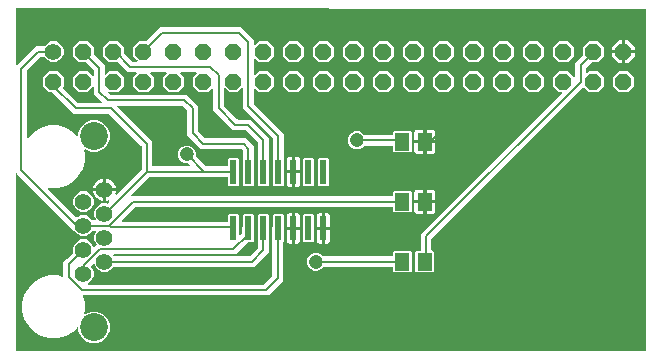
<source format=gbr>
G04 EAGLE Gerber X2 export*
%TF.Part,Single*%
%TF.FileFunction,Copper,L1,Top,Mixed*%
%TF.FilePolarity,Positive*%
%TF.GenerationSoftware,Autodesk,EAGLE,8.6.3*%
%TF.CreationDate,2019-02-20T16:21:40Z*%
G75*
%MOMM*%
%FSLAX34Y34*%
%LPD*%
%AMOC8*
5,1,8,0,0,1.08239X$1,22.5*%
G01*
%ADD10R,1.300000X1.500000*%
%ADD11C,1.422400*%
%ADD12P,1.539592X8X22.500000*%
%ADD13R,0.609600X2.057400*%
%ADD14C,2.362200*%
%ADD15C,0.152400*%
%ADD16C,1.206400*%
%ADD17C,0.203200*%

G36*
X539098Y242D02*
X539098Y242D01*
X539117Y240D01*
X539219Y262D01*
X539321Y279D01*
X539338Y288D01*
X539358Y292D01*
X539447Y345D01*
X539538Y394D01*
X539552Y408D01*
X539569Y418D01*
X539636Y497D01*
X539708Y572D01*
X539716Y590D01*
X539729Y605D01*
X539768Y701D01*
X539811Y795D01*
X539813Y815D01*
X539821Y833D01*
X539839Y1000D01*
X539839Y289098D01*
X539836Y289117D01*
X539838Y289136D01*
X539816Y289238D01*
X539800Y289340D01*
X539791Y289357D01*
X539786Y289376D01*
X539733Y289466D01*
X539684Y289558D01*
X539671Y289571D01*
X539661Y289588D01*
X539582Y289656D01*
X539506Y289727D01*
X539489Y289735D01*
X539474Y289748D01*
X539377Y289787D01*
X539283Y289831D01*
X539264Y289833D01*
X539246Y289840D01*
X539079Y289859D01*
X6923Y290820D01*
X6903Y290816D01*
X6883Y290819D01*
X6782Y290797D01*
X6681Y290780D01*
X6662Y290771D01*
X6642Y290766D01*
X6554Y290713D01*
X6463Y290666D01*
X6449Y290651D01*
X6431Y290640D01*
X6364Y290562D01*
X6293Y290488D01*
X6285Y290469D01*
X6271Y290453D01*
X6233Y290358D01*
X6189Y290265D01*
X6187Y290244D01*
X6179Y290225D01*
X6161Y290058D01*
X6161Y243065D01*
X6163Y243051D01*
X6162Y243038D01*
X6172Y242989D01*
X6174Y242923D01*
X6192Y242874D01*
X6200Y242823D01*
X6234Y242759D01*
X6259Y242692D01*
X6291Y242651D01*
X6316Y242605D01*
X6368Y242556D01*
X6412Y242500D01*
X6456Y242472D01*
X6494Y242436D01*
X6559Y242406D01*
X6619Y242367D01*
X6670Y242354D01*
X6717Y242332D01*
X6788Y242324D01*
X6858Y242307D01*
X6910Y242311D01*
X6961Y242305D01*
X7032Y242320D01*
X7103Y242326D01*
X7151Y242346D01*
X7202Y242357D01*
X7263Y242394D01*
X7329Y242422D01*
X7383Y242465D01*
X7394Y242471D01*
X7397Y242474D01*
X7413Y242484D01*
X7428Y242501D01*
X7460Y242527D01*
X9251Y244318D01*
X23506Y258573D01*
X30143Y258573D01*
X30233Y258587D01*
X30324Y258595D01*
X30354Y258607D01*
X30386Y258612D01*
X30467Y258655D01*
X30551Y258691D01*
X30583Y258717D01*
X30603Y258728D01*
X30626Y258751D01*
X30681Y258796D01*
X33208Y261322D01*
X36382Y262637D01*
X39818Y262637D01*
X42992Y261322D01*
X45422Y258892D01*
X46737Y255718D01*
X46737Y252282D01*
X45422Y249108D01*
X42992Y246678D01*
X39818Y245363D01*
X36382Y245363D01*
X33208Y246678D01*
X30681Y249204D01*
X30608Y249257D01*
X30538Y249317D01*
X30508Y249329D01*
X30482Y249348D01*
X30395Y249375D01*
X30310Y249409D01*
X30269Y249413D01*
X30247Y249420D01*
X30214Y249419D01*
X30143Y249427D01*
X27609Y249427D01*
X27519Y249413D01*
X27428Y249405D01*
X27399Y249393D01*
X27367Y249388D01*
X27286Y249345D01*
X27202Y249309D01*
X27170Y249283D01*
X27149Y249272D01*
X27127Y249249D01*
X27071Y249204D01*
X15718Y237851D01*
X15665Y237777D01*
X15605Y237707D01*
X15593Y237677D01*
X15574Y237651D01*
X15547Y237564D01*
X15513Y237479D01*
X15509Y237438D01*
X15502Y237416D01*
X15503Y237384D01*
X15495Y237313D01*
X15495Y181621D01*
X15502Y181574D01*
X15501Y181526D01*
X15522Y181453D01*
X15534Y181378D01*
X15557Y181336D01*
X15571Y181290D01*
X15614Y181228D01*
X15650Y181161D01*
X15684Y181128D01*
X15712Y181089D01*
X15773Y181044D01*
X15828Y180991D01*
X15872Y180971D01*
X15910Y180943D01*
X15982Y180920D01*
X16051Y180888D01*
X16099Y180883D01*
X16144Y180868D01*
X16220Y180869D01*
X16295Y180861D01*
X16342Y180871D01*
X16390Y180872D01*
X16462Y180897D01*
X16536Y180913D01*
X16577Y180938D01*
X16622Y180954D01*
X16682Y181000D01*
X16747Y181039D01*
X16778Y181076D01*
X16816Y181105D01*
X16892Y181209D01*
X16907Y181226D01*
X16909Y181232D01*
X16915Y181240D01*
X16961Y181320D01*
X21880Y186239D01*
X27903Y189716D01*
X34622Y191517D01*
X41578Y191517D01*
X48297Y189716D01*
X54320Y186239D01*
X57755Y182804D01*
X57813Y182762D01*
X57865Y182713D01*
X57912Y182691D01*
X57954Y182661D01*
X58023Y182640D01*
X58088Y182609D01*
X58140Y182604D01*
X58190Y182588D01*
X58261Y182590D01*
X58332Y182582D01*
X58383Y182593D01*
X58435Y182595D01*
X58503Y182619D01*
X58573Y182634D01*
X58618Y182661D01*
X58666Y182679D01*
X58722Y182724D01*
X58784Y182761D01*
X58818Y182800D01*
X58858Y182833D01*
X58897Y182893D01*
X58944Y182948D01*
X58963Y182996D01*
X58991Y183040D01*
X59009Y183109D01*
X59036Y183176D01*
X59044Y183247D01*
X59052Y183278D01*
X59050Y183301D01*
X59054Y183342D01*
X59054Y185279D01*
X61085Y190180D01*
X64836Y193931D01*
X69737Y195962D01*
X75043Y195962D01*
X79944Y193931D01*
X83695Y190180D01*
X85726Y185279D01*
X85726Y179973D01*
X83695Y175072D01*
X79944Y171321D01*
X75043Y169290D01*
X69737Y169290D01*
X65076Y171221D01*
X65055Y171226D01*
X65036Y171236D01*
X64935Y171254D01*
X64837Y171277D01*
X64815Y171275D01*
X64793Y171279D01*
X64693Y171264D01*
X64592Y171254D01*
X64572Y171245D01*
X64550Y171242D01*
X64460Y171195D01*
X64367Y171154D01*
X64351Y171139D01*
X64332Y171129D01*
X64261Y171056D01*
X64186Y170988D01*
X64176Y170968D01*
X64160Y170952D01*
X64117Y170861D01*
X64068Y170772D01*
X64064Y170750D01*
X64054Y170731D01*
X64042Y170630D01*
X64024Y170530D01*
X64027Y170508D01*
X64024Y170486D01*
X64050Y170321D01*
X64517Y168578D01*
X64517Y161622D01*
X62716Y154903D01*
X59239Y148880D01*
X54320Y143961D01*
X48297Y140484D01*
X41578Y138683D01*
X34622Y138683D01*
X34533Y138707D01*
X34485Y138712D01*
X34440Y138726D01*
X34364Y138724D01*
X34288Y138732D01*
X34242Y138721D01*
X34194Y138720D01*
X34122Y138694D01*
X34049Y138677D01*
X34008Y138652D01*
X33963Y138635D01*
X33903Y138588D01*
X33839Y138548D01*
X33808Y138511D01*
X33771Y138481D01*
X33730Y138418D01*
X33681Y138360D01*
X33664Y138315D01*
X33638Y138275D01*
X33619Y138201D01*
X33592Y138130D01*
X33589Y138083D01*
X33578Y138036D01*
X33583Y137960D01*
X33580Y137885D01*
X33593Y137839D01*
X33597Y137791D01*
X33626Y137721D01*
X33647Y137648D01*
X33674Y137609D01*
X33693Y137565D01*
X33773Y137464D01*
X33786Y137445D01*
X33791Y137441D01*
X33798Y137434D01*
X57380Y113851D01*
X57396Y113839D01*
X57409Y113824D01*
X57496Y113768D01*
X57580Y113708D01*
X57599Y113702D01*
X57616Y113691D01*
X57716Y113666D01*
X57815Y113635D01*
X57835Y113636D01*
X57854Y113631D01*
X57957Y113639D01*
X58061Y113642D01*
X58080Y113648D01*
X58100Y113650D01*
X58194Y113690D01*
X58292Y113726D01*
X58308Y113738D01*
X58326Y113746D01*
X58457Y113851D01*
X58608Y114002D01*
X61782Y115317D01*
X65218Y115317D01*
X68392Y114002D01*
X70919Y111476D01*
X70992Y111423D01*
X71062Y111363D01*
X71092Y111351D01*
X71118Y111332D01*
X71205Y111305D01*
X71290Y111271D01*
X71331Y111267D01*
X71353Y111260D01*
X71386Y111261D01*
X71457Y111253D01*
X73107Y111253D01*
X73152Y111260D01*
X73198Y111258D01*
X73273Y111280D01*
X73349Y111292D01*
X73390Y111314D01*
X73434Y111327D01*
X73498Y111371D01*
X73567Y111408D01*
X73598Y111441D01*
X73636Y111467D01*
X73683Y111530D01*
X73736Y111586D01*
X73756Y111628D01*
X73783Y111664D01*
X73807Y111738D01*
X73840Y111809D01*
X73845Y111855D01*
X73859Y111898D01*
X73858Y111976D01*
X73867Y112053D01*
X73857Y112098D01*
X73857Y112144D01*
X73819Y112276D01*
X73815Y112294D01*
X73812Y112298D01*
X73810Y112305D01*
X72643Y115122D01*
X72643Y118558D01*
X73958Y121732D01*
X76388Y124162D01*
X79562Y125477D01*
X82998Y125477D01*
X83207Y125390D01*
X83320Y125364D01*
X83434Y125335D01*
X83440Y125335D01*
X83446Y125334D01*
X83563Y125345D01*
X83679Y125354D01*
X83685Y125357D01*
X83691Y125357D01*
X83799Y125405D01*
X83905Y125450D01*
X83911Y125455D01*
X83916Y125457D01*
X83930Y125470D01*
X84036Y125555D01*
X85277Y126796D01*
X85316Y126851D01*
X85363Y126899D01*
X85388Y126950D01*
X85420Y126995D01*
X85440Y127060D01*
X85469Y127121D01*
X85476Y127177D01*
X85493Y127230D01*
X85491Y127298D01*
X85499Y127365D01*
X85488Y127420D01*
X85486Y127476D01*
X85463Y127540D01*
X85449Y127606D01*
X85421Y127655D01*
X85402Y127707D01*
X85359Y127760D01*
X85325Y127819D01*
X85283Y127856D01*
X85248Y127899D01*
X85191Y127936D01*
X85140Y127981D01*
X85088Y128002D01*
X85041Y128032D01*
X84975Y128049D01*
X84913Y128075D01*
X84857Y128079D01*
X84803Y128092D01*
X84735Y128087D01*
X84667Y128092D01*
X84590Y128076D01*
X84557Y128073D01*
X84538Y128065D01*
X84503Y128058D01*
X83540Y127745D01*
X82803Y127628D01*
X82803Y135637D01*
X90812Y135637D01*
X90695Y134900D01*
X90382Y133937D01*
X90372Y133870D01*
X90352Y133805D01*
X90353Y133749D01*
X90345Y133694D01*
X90357Y133627D01*
X90358Y133559D01*
X90378Y133507D01*
X90387Y133451D01*
X90420Y133392D01*
X90443Y133328D01*
X90478Y133284D01*
X90505Y133235D01*
X90554Y133189D01*
X90597Y133136D01*
X90644Y133106D01*
X90685Y133068D01*
X90746Y133040D01*
X90803Y133003D01*
X90858Y132989D01*
X90909Y132966D01*
X90976Y132960D01*
X91042Y132943D01*
X91098Y132947D01*
X91154Y132942D01*
X91220Y132957D01*
X91287Y132962D01*
X91339Y132984D01*
X91393Y132997D01*
X91451Y133032D01*
X91513Y133058D01*
X91575Y133108D01*
X91603Y133125D01*
X91617Y133141D01*
X91644Y133163D01*
X112552Y154071D01*
X112605Y154145D01*
X112665Y154215D01*
X112677Y154245D01*
X112696Y154271D01*
X112723Y154358D01*
X112757Y154443D01*
X112761Y154484D01*
X112768Y154506D01*
X112767Y154538D01*
X112775Y154609D01*
X112775Y173443D01*
X112761Y173533D01*
X112753Y173624D01*
X112741Y173653D01*
X112736Y173685D01*
X112693Y173766D01*
X112657Y173850D01*
X112631Y173882D01*
X112620Y173903D01*
X112597Y173925D01*
X112552Y173981D01*
X85329Y201204D01*
X85255Y201257D01*
X85185Y201317D01*
X85155Y201329D01*
X85129Y201348D01*
X85042Y201375D01*
X84957Y201409D01*
X84916Y201413D01*
X84894Y201420D01*
X84862Y201419D01*
X84791Y201427D01*
X55106Y201427D01*
X36793Y219740D01*
X36719Y219793D01*
X36649Y219853D01*
X36619Y219865D01*
X36593Y219884D01*
X36506Y219911D01*
X36421Y219945D01*
X36380Y219949D01*
X36358Y219956D01*
X36326Y219955D01*
X36255Y219963D01*
X34523Y219963D01*
X29463Y225023D01*
X29463Y232177D01*
X34523Y237237D01*
X41677Y237237D01*
X46737Y232177D01*
X46737Y225023D01*
X46129Y224415D01*
X46117Y224398D01*
X46102Y224386D01*
X46046Y224299D01*
X45985Y224215D01*
X45979Y224196D01*
X45969Y224179D01*
X45943Y224079D01*
X45913Y223980D01*
X45913Y223960D01*
X45909Y223941D01*
X45917Y223838D01*
X45919Y223734D01*
X45926Y223715D01*
X45928Y223695D01*
X45968Y223600D01*
X46004Y223503D01*
X46016Y223487D01*
X46024Y223469D01*
X46129Y223338D01*
X58671Y210796D01*
X58745Y210743D01*
X58815Y210683D01*
X58845Y210671D01*
X58871Y210652D01*
X58958Y210625D01*
X59043Y210591D01*
X59084Y210587D01*
X59106Y210580D01*
X59138Y210581D01*
X59209Y210573D01*
X78123Y210573D01*
X78193Y210584D01*
X78265Y210586D01*
X78314Y210604D01*
X78365Y210612D01*
X78429Y210646D01*
X78496Y210671D01*
X78537Y210703D01*
X78583Y210728D01*
X78632Y210780D01*
X78688Y210824D01*
X78716Y210868D01*
X78752Y210906D01*
X78782Y210971D01*
X78821Y211031D01*
X78834Y211082D01*
X78856Y211129D01*
X78864Y211200D01*
X78881Y211270D01*
X78877Y211322D01*
X78883Y211373D01*
X78868Y211444D01*
X78862Y211515D01*
X78842Y211563D01*
X78831Y211614D01*
X78794Y211675D01*
X78766Y211741D01*
X78721Y211797D01*
X78704Y211825D01*
X78687Y211840D01*
X78661Y211872D01*
X75329Y215204D01*
X72427Y218106D01*
X72427Y223475D01*
X72416Y223546D01*
X72414Y223618D01*
X72396Y223667D01*
X72388Y223718D01*
X72354Y223781D01*
X72329Y223849D01*
X72297Y223889D01*
X72272Y223935D01*
X72220Y223985D01*
X72176Y224041D01*
X72132Y224069D01*
X72094Y224105D01*
X72029Y224135D01*
X71969Y224174D01*
X71918Y224186D01*
X71871Y224208D01*
X71800Y224216D01*
X71730Y224234D01*
X71678Y224230D01*
X71627Y224236D01*
X71556Y224220D01*
X71485Y224215D01*
X71437Y224194D01*
X71386Y224183D01*
X71325Y224146D01*
X71259Y224118D01*
X71203Y224074D01*
X71175Y224057D01*
X71160Y224039D01*
X71128Y224014D01*
X67077Y219963D01*
X59923Y219963D01*
X54863Y225023D01*
X54863Y232177D01*
X59923Y237237D01*
X67077Y237237D01*
X71128Y233186D01*
X71186Y233145D01*
X71238Y233095D01*
X71285Y233073D01*
X71327Y233043D01*
X71396Y233022D01*
X71461Y232992D01*
X71513Y232986D01*
X71563Y232971D01*
X71634Y232972D01*
X71705Y232964D01*
X71756Y232976D01*
X71808Y232977D01*
X71876Y233002D01*
X71946Y233017D01*
X71991Y233043D01*
X72039Y233061D01*
X72095Y233106D01*
X72157Y233143D01*
X72191Y233182D01*
X72231Y233215D01*
X72270Y233275D01*
X72317Y233330D01*
X72336Y233378D01*
X72364Y233422D01*
X72382Y233491D01*
X72409Y233558D01*
X72417Y233629D01*
X72425Y233660D01*
X72423Y233684D01*
X72427Y233725D01*
X72427Y238291D01*
X72413Y238381D01*
X72405Y238472D01*
X72393Y238501D01*
X72388Y238533D01*
X72345Y238614D01*
X72309Y238698D01*
X72283Y238730D01*
X72272Y238751D01*
X72249Y238773D01*
X72204Y238829D01*
X65893Y245140D01*
X65819Y245193D01*
X65749Y245253D01*
X65719Y245265D01*
X65693Y245284D01*
X65606Y245311D01*
X65521Y245345D01*
X65480Y245349D01*
X65458Y245356D01*
X65426Y245355D01*
X65355Y245363D01*
X59923Y245363D01*
X54863Y250423D01*
X54863Y257577D01*
X59923Y262637D01*
X67077Y262637D01*
X72137Y257577D01*
X72137Y252145D01*
X72151Y252055D01*
X72159Y251964D01*
X72171Y251935D01*
X72176Y251903D01*
X72219Y251822D01*
X72255Y251738D01*
X72281Y251706D01*
X72292Y251685D01*
X72315Y251663D01*
X72360Y251607D01*
X81573Y242394D01*
X81573Y235325D01*
X81584Y235254D01*
X81586Y235182D01*
X81604Y235133D01*
X81612Y235082D01*
X81646Y235019D01*
X81671Y234951D01*
X81703Y234911D01*
X81728Y234865D01*
X81780Y234815D01*
X81824Y234759D01*
X81868Y234731D01*
X81906Y234695D01*
X81971Y234665D01*
X82031Y234626D01*
X82082Y234614D01*
X82129Y234592D01*
X82200Y234584D01*
X82270Y234566D01*
X82322Y234570D01*
X82373Y234564D01*
X82444Y234580D01*
X82515Y234585D01*
X82563Y234606D01*
X82614Y234617D01*
X82675Y234654D01*
X82741Y234682D01*
X82797Y234726D01*
X82825Y234743D01*
X82840Y234761D01*
X82872Y234786D01*
X85323Y237237D01*
X92477Y237237D01*
X97537Y232177D01*
X97537Y225023D01*
X92477Y219963D01*
X85341Y219963D01*
X85271Y219952D01*
X85199Y219950D01*
X85150Y219932D01*
X85099Y219924D01*
X85035Y219890D01*
X84968Y219865D01*
X84927Y219833D01*
X84881Y219808D01*
X84832Y219756D01*
X84776Y219712D01*
X84748Y219668D01*
X84712Y219630D01*
X84682Y219565D01*
X84643Y219505D01*
X84630Y219454D01*
X84608Y219407D01*
X84600Y219336D01*
X84583Y219266D01*
X84587Y219214D01*
X84581Y219163D01*
X84596Y219092D01*
X84602Y219021D01*
X84622Y218973D01*
X84633Y218922D01*
X84670Y218861D01*
X84698Y218795D01*
X84743Y218739D01*
X84760Y218711D01*
X84777Y218696D01*
X84803Y218664D01*
X85671Y217796D01*
X85745Y217743D01*
X85815Y217683D01*
X85845Y217671D01*
X85871Y217652D01*
X85958Y217625D01*
X86043Y217591D01*
X86084Y217587D01*
X86106Y217580D01*
X86138Y217581D01*
X86209Y217573D01*
X150894Y217573D01*
X153796Y214671D01*
X160573Y207894D01*
X160573Y187209D01*
X160587Y187119D01*
X160595Y187028D01*
X160607Y186999D01*
X160612Y186967D01*
X160655Y186886D01*
X160691Y186802D01*
X160717Y186770D01*
X160728Y186749D01*
X160751Y186727D01*
X160796Y186671D01*
X166671Y180796D01*
X166745Y180743D01*
X166815Y180683D01*
X166845Y180671D01*
X166871Y180652D01*
X166958Y180625D01*
X167043Y180591D01*
X167084Y180587D01*
X167106Y180580D01*
X167138Y180581D01*
X167209Y180573D01*
X200894Y180573D01*
X207773Y173694D01*
X207773Y141481D01*
X206880Y140588D01*
X199520Y140588D01*
X198627Y141481D01*
X198627Y169591D01*
X198613Y169681D01*
X198605Y169772D01*
X198593Y169801D01*
X198588Y169833D01*
X198545Y169914D01*
X198509Y169998D01*
X198483Y170030D01*
X198472Y170051D01*
X198449Y170073D01*
X198404Y170129D01*
X197329Y171204D01*
X197255Y171257D01*
X197185Y171317D01*
X197155Y171329D01*
X197129Y171348D01*
X197042Y171375D01*
X196957Y171409D01*
X196916Y171413D01*
X196894Y171420D01*
X196862Y171419D01*
X196791Y171427D01*
X163106Y171427D01*
X151427Y183106D01*
X151427Y203791D01*
X151413Y203881D01*
X151405Y203972D01*
X151393Y204001D01*
X151388Y204033D01*
X151345Y204114D01*
X151309Y204198D01*
X151283Y204230D01*
X151272Y204251D01*
X151249Y204273D01*
X151204Y204329D01*
X147329Y208204D01*
X147255Y208257D01*
X147185Y208317D01*
X147155Y208329D01*
X147129Y208348D01*
X147042Y208375D01*
X146957Y208409D01*
X146916Y208413D01*
X146894Y208420D01*
X146862Y208419D01*
X146791Y208427D01*
X92877Y208427D01*
X92807Y208416D01*
X92735Y208414D01*
X92686Y208396D01*
X92635Y208388D01*
X92571Y208354D01*
X92504Y208329D01*
X92463Y208297D01*
X92417Y208272D01*
X92368Y208220D01*
X92312Y208176D01*
X92284Y208132D01*
X92248Y208094D01*
X92218Y208029D01*
X92179Y207969D01*
X92166Y207918D01*
X92144Y207871D01*
X92136Y207800D01*
X92119Y207730D01*
X92123Y207678D01*
X92117Y207627D01*
X92132Y207556D01*
X92138Y207485D01*
X92158Y207437D01*
X92169Y207386D01*
X92206Y207325D01*
X92234Y207259D01*
X92279Y207203D01*
X92296Y207175D01*
X92313Y207160D01*
X92339Y207128D01*
X121921Y177546D01*
X121921Y157734D01*
X121924Y157714D01*
X121922Y157695D01*
X121944Y157593D01*
X121960Y157491D01*
X121970Y157474D01*
X121974Y157454D01*
X122027Y157365D01*
X122076Y157274D01*
X122090Y157260D01*
X122100Y157243D01*
X122179Y157176D01*
X122254Y157104D01*
X122272Y157096D01*
X122287Y157083D01*
X122383Y157044D01*
X122477Y157001D01*
X122497Y156999D01*
X122515Y156991D01*
X122682Y156973D01*
X152723Y156973D01*
X152793Y156984D01*
X152865Y156986D01*
X152914Y157004D01*
X152965Y157012D01*
X153029Y157046D01*
X153096Y157071D01*
X153137Y157103D01*
X153183Y157128D01*
X153232Y157180D01*
X153288Y157224D01*
X153316Y157268D01*
X153352Y157306D01*
X153382Y157371D01*
X153421Y157431D01*
X153434Y157482D01*
X153456Y157529D01*
X153464Y157600D01*
X153481Y157670D01*
X153477Y157722D01*
X153483Y157773D01*
X153468Y157844D01*
X153462Y157915D01*
X153442Y157963D01*
X153431Y158014D01*
X153394Y158075D01*
X153366Y158141D01*
X153321Y158197D01*
X153304Y158225D01*
X153287Y158240D01*
X153261Y158272D01*
X152313Y159220D01*
X152239Y159273D01*
X152169Y159333D01*
X152139Y159345D01*
X152113Y159364D01*
X152026Y159391D01*
X151941Y159425D01*
X151900Y159429D01*
X151878Y159436D01*
X151846Y159435D01*
X151775Y159443D01*
X149497Y159443D01*
X146719Y160594D01*
X144594Y162719D01*
X143443Y165497D01*
X143443Y168503D01*
X144594Y171281D01*
X146719Y173406D01*
X149497Y174557D01*
X152503Y174557D01*
X155281Y173406D01*
X157406Y171281D01*
X158557Y168503D01*
X158557Y166225D01*
X158571Y166135D01*
X158579Y166044D01*
X158591Y166015D01*
X158596Y165983D01*
X158639Y165902D01*
X158675Y165818D01*
X158701Y165786D01*
X158712Y165765D01*
X158735Y165743D01*
X158780Y165687D01*
X167271Y157196D01*
X167345Y157143D01*
X167415Y157083D01*
X167445Y157071D01*
X167471Y157052D01*
X167558Y157025D01*
X167643Y156991D01*
X167684Y156987D01*
X167706Y156980D01*
X167738Y156981D01*
X167809Y156973D01*
X185166Y156973D01*
X185186Y156976D01*
X185205Y156974D01*
X185307Y156996D01*
X185409Y157012D01*
X185426Y157022D01*
X185446Y157026D01*
X185535Y157079D01*
X185626Y157128D01*
X185640Y157142D01*
X185657Y157152D01*
X185724Y157231D01*
X185796Y157306D01*
X185804Y157324D01*
X185817Y157339D01*
X185856Y157435D01*
X185899Y157529D01*
X185901Y157549D01*
X185909Y157567D01*
X185927Y157734D01*
X185927Y163319D01*
X186820Y164212D01*
X194180Y164212D01*
X195073Y163319D01*
X195073Y141481D01*
X194180Y140588D01*
X186820Y140588D01*
X185927Y141481D01*
X185927Y147066D01*
X185924Y147086D01*
X185926Y147105D01*
X185904Y147207D01*
X185888Y147309D01*
X185878Y147326D01*
X185874Y147346D01*
X185821Y147435D01*
X185772Y147526D01*
X185758Y147540D01*
X185748Y147557D01*
X185669Y147624D01*
X185594Y147696D01*
X185576Y147704D01*
X185561Y147717D01*
X185465Y147756D01*
X185371Y147799D01*
X185351Y147801D01*
X185333Y147809D01*
X185166Y147827D01*
X119557Y147827D01*
X119467Y147813D01*
X119376Y147805D01*
X119347Y147793D01*
X119315Y147788D01*
X119234Y147745D01*
X119150Y147709D01*
X119118Y147683D01*
X119097Y147672D01*
X119075Y147649D01*
X119019Y147604D01*
X104287Y132872D01*
X104245Y132814D01*
X104196Y132762D01*
X104174Y132715D01*
X104144Y132673D01*
X104122Y132604D01*
X104092Y132539D01*
X104086Y132487D01*
X104071Y132437D01*
X104073Y132366D01*
X104065Y132295D01*
X104076Y132244D01*
X104078Y132192D01*
X104102Y132124D01*
X104117Y132054D01*
X104144Y132009D01*
X104162Y131961D01*
X104207Y131905D01*
X104244Y131843D01*
X104283Y131809D01*
X104316Y131769D01*
X104376Y131730D01*
X104430Y131683D01*
X104479Y131664D01*
X104523Y131636D01*
X104592Y131618D01*
X104659Y131591D01*
X104730Y131583D01*
X104761Y131575D01*
X104784Y131577D01*
X104825Y131573D01*
X324614Y131573D01*
X324634Y131576D01*
X324653Y131574D01*
X324755Y131596D01*
X324857Y131612D01*
X324874Y131622D01*
X324894Y131626D01*
X324983Y131679D01*
X325074Y131728D01*
X325088Y131742D01*
X325105Y131752D01*
X325172Y131831D01*
X325244Y131906D01*
X325252Y131924D01*
X325265Y131939D01*
X325304Y132035D01*
X325347Y132129D01*
X325349Y132149D01*
X325357Y132167D01*
X325375Y132334D01*
X325375Y135132D01*
X326268Y136025D01*
X340532Y136025D01*
X341425Y135132D01*
X341425Y118868D01*
X340532Y117975D01*
X326268Y117975D01*
X325375Y118868D01*
X325375Y121666D01*
X325372Y121686D01*
X325374Y121705D01*
X325352Y121807D01*
X325336Y121909D01*
X325326Y121926D01*
X325322Y121946D01*
X325269Y122035D01*
X325220Y122126D01*
X325206Y122140D01*
X325196Y122157D01*
X325117Y122224D01*
X325042Y122296D01*
X325024Y122304D01*
X325009Y122317D01*
X324913Y122356D01*
X324819Y122399D01*
X324799Y122401D01*
X324781Y122409D01*
X324614Y122427D01*
X107873Y122427D01*
X107783Y122413D01*
X107692Y122405D01*
X107663Y122393D01*
X107631Y122388D01*
X107550Y122345D01*
X107466Y122309D01*
X107434Y122283D01*
X107413Y122272D01*
X107391Y122249D01*
X107335Y122204D01*
X96159Y111028D01*
X96117Y110970D01*
X96068Y110918D01*
X96046Y110871D01*
X96016Y110829D01*
X95994Y110760D01*
X95964Y110695D01*
X95959Y110643D01*
X95943Y110593D01*
X95945Y110522D01*
X95937Y110451D01*
X95948Y110400D01*
X95950Y110348D01*
X95974Y110280D01*
X95989Y110210D01*
X96016Y110165D01*
X96034Y110117D01*
X96079Y110061D01*
X96116Y109999D01*
X96155Y109965D01*
X96188Y109925D01*
X96248Y109886D01*
X96302Y109839D01*
X96351Y109820D01*
X96395Y109792D01*
X96464Y109774D01*
X96531Y109747D01*
X96602Y109739D01*
X96633Y109731D01*
X96656Y109733D01*
X96697Y109729D01*
X185166Y109729D01*
X185186Y109732D01*
X185205Y109730D01*
X185307Y109752D01*
X185409Y109768D01*
X185426Y109778D01*
X185446Y109782D01*
X185535Y109835D01*
X185626Y109884D01*
X185640Y109898D01*
X185657Y109908D01*
X185724Y109987D01*
X185796Y110062D01*
X185804Y110080D01*
X185817Y110095D01*
X185856Y110191D01*
X185899Y110285D01*
X185901Y110305D01*
X185909Y110323D01*
X185927Y110490D01*
X185927Y115313D01*
X186820Y116206D01*
X194180Y116206D01*
X195073Y115313D01*
X195073Y99745D01*
X195084Y99675D01*
X195086Y99603D01*
X195104Y99554D01*
X195112Y99503D01*
X195146Y99439D01*
X195171Y99372D01*
X195203Y99331D01*
X195228Y99285D01*
X195280Y99236D01*
X195324Y99180D01*
X195368Y99152D01*
X195406Y99116D01*
X195471Y99086D01*
X195531Y99047D01*
X195582Y99034D01*
X195629Y99012D01*
X195700Y99004D01*
X195770Y98987D01*
X195822Y98991D01*
X195873Y98985D01*
X195944Y99000D01*
X196015Y99006D01*
X196063Y99026D01*
X196114Y99037D01*
X196175Y99074D01*
X196241Y99102D01*
X196297Y99147D01*
X196325Y99164D01*
X196340Y99181D01*
X196372Y99207D01*
X197896Y100731D01*
X197949Y100805D01*
X198009Y100875D01*
X198021Y100905D01*
X198040Y100931D01*
X198067Y101018D01*
X198101Y101103D01*
X198105Y101144D01*
X198112Y101166D01*
X198111Y101198D01*
X198119Y101269D01*
X198119Y103104D01*
X198115Y103127D01*
X198104Y103253D01*
X197837Y104592D01*
X197991Y104825D01*
X197998Y104840D01*
X198009Y104852D01*
X198049Y104952D01*
X198093Y105049D01*
X198095Y105065D01*
X198101Y105080D01*
X198119Y105247D01*
X198119Y105526D01*
X198404Y105811D01*
X198457Y105885D01*
X198517Y105955D01*
X198529Y105985D01*
X198548Y106011D01*
X198575Y106098D01*
X198609Y106183D01*
X198613Y106224D01*
X198620Y106246D01*
X198619Y106278D01*
X198627Y106349D01*
X198627Y115313D01*
X199520Y116206D01*
X206880Y116206D01*
X207773Y115313D01*
X207773Y104922D01*
X207777Y104899D01*
X207788Y104773D01*
X208055Y103434D01*
X207901Y103201D01*
X207894Y103186D01*
X207883Y103174D01*
X207843Y103074D01*
X207799Y102977D01*
X207797Y102961D01*
X207791Y102946D01*
X207773Y102779D01*
X207773Y93475D01*
X206880Y92582D01*
X202996Y92582D01*
X202906Y92568D01*
X202815Y92560D01*
X202786Y92548D01*
X202754Y92543D01*
X202673Y92500D01*
X202589Y92464D01*
X202557Y92438D01*
X202536Y92427D01*
X202514Y92404D01*
X202458Y92359D01*
X192394Y82295D01*
X89237Y82295D01*
X89167Y82284D01*
X89096Y82282D01*
X89046Y82264D01*
X88994Y82256D01*
X88932Y82223D01*
X88865Y82198D01*
X88823Y82165D01*
X88777Y82140D01*
X88728Y82089D01*
X88673Y82045D01*
X88644Y82001D01*
X88607Y81962D01*
X88577Y81898D01*
X88539Y81839D01*
X88526Y81787D01*
X88504Y81739D01*
X88496Y81669D01*
X88478Y81600D01*
X88482Y81547D01*
X88477Y81495D01*
X88492Y81425D01*
X88497Y81355D01*
X88517Y81306D01*
X88529Y81254D01*
X88565Y81194D01*
X88592Y81128D01*
X88628Y81089D01*
X88655Y81043D01*
X88709Y80997D01*
X88755Y80944D01*
X88817Y80904D01*
X88842Y80883D01*
X88863Y80875D01*
X88896Y80853D01*
X88984Y80826D01*
X89070Y80791D01*
X89110Y80787D01*
X89131Y80780D01*
X89164Y80781D01*
X89237Y80773D01*
X203991Y80773D01*
X204081Y80787D01*
X204172Y80795D01*
X204201Y80807D01*
X204233Y80812D01*
X204314Y80855D01*
X204398Y80891D01*
X204430Y80917D01*
X204451Y80928D01*
X204473Y80951D01*
X204529Y80996D01*
X211104Y87571D01*
X211157Y87645D01*
X211217Y87715D01*
X211229Y87745D01*
X211248Y87771D01*
X211275Y87858D01*
X211309Y87943D01*
X211313Y87984D01*
X211320Y88006D01*
X211319Y88038D01*
X211327Y88109D01*
X211327Y115313D01*
X212220Y116206D01*
X219580Y116206D01*
X220473Y115313D01*
X220473Y84006D01*
X208094Y71627D01*
X89237Y71627D01*
X89147Y71613D01*
X89056Y71605D01*
X89026Y71593D01*
X88994Y71588D01*
X88913Y71545D01*
X88829Y71509D01*
X88797Y71483D01*
X88777Y71472D01*
X88754Y71449D01*
X88699Y71404D01*
X86172Y68878D01*
X82998Y67563D01*
X79562Y67563D01*
X76388Y68878D01*
X73958Y71308D01*
X72834Y74022D01*
X72809Y74061D01*
X72794Y74104D01*
X72745Y74165D01*
X72704Y74231D01*
X72669Y74261D01*
X72640Y74296D01*
X72575Y74339D01*
X72515Y74388D01*
X72472Y74405D01*
X72433Y74429D01*
X72358Y74449D01*
X72285Y74476D01*
X72239Y74478D01*
X72195Y74490D01*
X72117Y74484D01*
X72039Y74487D01*
X71995Y74474D01*
X71949Y74470D01*
X71878Y74440D01*
X71803Y74418D01*
X71765Y74392D01*
X71723Y74374D01*
X71616Y74289D01*
X71601Y74278D01*
X71598Y74274D01*
X71592Y74269D01*
X70077Y72754D01*
X70065Y72738D01*
X70050Y72725D01*
X69994Y72638D01*
X69933Y72554D01*
X69927Y72535D01*
X69917Y72518D01*
X69891Y72418D01*
X69861Y72319D01*
X69861Y72299D01*
X69857Y72280D01*
X69865Y72177D01*
X69867Y72073D01*
X69874Y72054D01*
X69876Y72035D01*
X69916Y71940D01*
X69952Y71842D01*
X69964Y71827D01*
X69972Y71808D01*
X70077Y71677D01*
X70822Y70932D01*
X72137Y67758D01*
X72137Y64322D01*
X70822Y61148D01*
X68392Y58718D01*
X67516Y58355D01*
X67433Y58304D01*
X67347Y58258D01*
X67329Y58239D01*
X67307Y58225D01*
X67245Y58150D01*
X67178Y58080D01*
X67167Y58056D01*
X67150Y58036D01*
X67115Y57945D01*
X67074Y57857D01*
X67071Y57831D01*
X67062Y57806D01*
X67058Y57709D01*
X67047Y57612D01*
X67052Y57587D01*
X67051Y57561D01*
X67078Y57467D01*
X67099Y57372D01*
X67112Y57349D01*
X67120Y57324D01*
X67175Y57244D01*
X67225Y57161D01*
X67245Y57144D01*
X67260Y57122D01*
X67338Y57064D01*
X67412Y57001D01*
X67436Y56991D01*
X67457Y56976D01*
X67550Y56945D01*
X67640Y56909D01*
X67673Y56905D01*
X67691Y56899D01*
X67724Y56900D01*
X67807Y56890D01*
X216108Y56890D01*
X216198Y56905D01*
X216289Y56912D01*
X216319Y56925D01*
X216351Y56930D01*
X216432Y56973D01*
X216516Y57009D01*
X216548Y57034D01*
X216568Y57045D01*
X216591Y57069D01*
X216647Y57113D01*
X223204Y63671D01*
X223250Y63735D01*
X223270Y63756D01*
X223274Y63764D01*
X223317Y63815D01*
X223329Y63845D01*
X223348Y63871D01*
X223375Y63958D01*
X223409Y64043D01*
X223413Y64084D01*
X223420Y64106D01*
X223419Y64138D01*
X223427Y64209D01*
X223427Y105688D01*
X223804Y106065D01*
X223858Y106139D01*
X223917Y106209D01*
X223929Y106239D01*
X223948Y106265D01*
X223975Y106352D01*
X224009Y106437D01*
X224013Y106478D01*
X224020Y106500D01*
X224019Y106532D01*
X224027Y106603D01*
X224027Y115313D01*
X224920Y116206D01*
X232280Y116206D01*
X233173Y115313D01*
X233173Y93475D01*
X232796Y93098D01*
X232743Y93024D01*
X232683Y92955D01*
X232671Y92925D01*
X232652Y92899D01*
X232625Y92812D01*
X232591Y92727D01*
X232587Y92686D01*
X232580Y92664D01*
X232581Y92631D01*
X232573Y92560D01*
X232573Y60106D01*
X220212Y47745D01*
X63856Y47745D01*
X63739Y47726D01*
X63621Y47708D01*
X63618Y47706D01*
X63614Y47705D01*
X63508Y47649D01*
X63403Y47595D01*
X63400Y47592D01*
X63396Y47590D01*
X63314Y47504D01*
X63232Y47419D01*
X63230Y47415D01*
X63227Y47412D01*
X63177Y47304D01*
X63125Y47197D01*
X63125Y47193D01*
X63123Y47189D01*
X63110Y47071D01*
X63096Y46953D01*
X63096Y46948D01*
X63096Y46944D01*
X63099Y46931D01*
X63121Y46787D01*
X64517Y41578D01*
X64517Y34622D01*
X64050Y32879D01*
X64048Y32857D01*
X64040Y32837D01*
X64035Y32736D01*
X64025Y32635D01*
X64030Y32613D01*
X64029Y32591D01*
X64058Y32494D01*
X64080Y32395D01*
X64092Y32376D01*
X64098Y32355D01*
X64156Y32272D01*
X64209Y32185D01*
X64226Y32171D01*
X64238Y32153D01*
X64319Y32092D01*
X64397Y32027D01*
X64418Y32019D01*
X64435Y32006D01*
X64532Y31975D01*
X64626Y31938D01*
X64648Y31937D01*
X64669Y31930D01*
X64771Y31931D01*
X64872Y31926D01*
X64893Y31932D01*
X64915Y31932D01*
X65076Y31979D01*
X69737Y33910D01*
X75043Y33910D01*
X79944Y31879D01*
X83695Y28128D01*
X85726Y23227D01*
X85726Y17921D01*
X83695Y13020D01*
X79944Y9269D01*
X75043Y7238D01*
X69737Y7238D01*
X64836Y9269D01*
X61085Y13020D01*
X59054Y17921D01*
X59054Y19858D01*
X59043Y19928D01*
X59041Y20000D01*
X59023Y20049D01*
X59015Y20100D01*
X58981Y20164D01*
X58956Y20231D01*
X58924Y20272D01*
X58899Y20318D01*
X58847Y20367D01*
X58803Y20423D01*
X58759Y20451D01*
X58721Y20487D01*
X58656Y20517D01*
X58596Y20556D01*
X58545Y20569D01*
X58498Y20591D01*
X58427Y20599D01*
X58357Y20616D01*
X58305Y20612D01*
X58254Y20618D01*
X58183Y20603D01*
X58112Y20597D01*
X58064Y20577D01*
X58013Y20566D01*
X57952Y20529D01*
X57886Y20501D01*
X57830Y20456D01*
X57802Y20439D01*
X57787Y20422D01*
X57755Y20396D01*
X54320Y16961D01*
X48297Y13484D01*
X41578Y11683D01*
X34622Y11683D01*
X27903Y13484D01*
X21880Y16961D01*
X16961Y21880D01*
X13484Y27903D01*
X11683Y34622D01*
X11683Y41578D01*
X13484Y48297D01*
X16961Y54320D01*
X21880Y59239D01*
X27903Y62716D01*
X34622Y64517D01*
X41578Y64517D01*
X45469Y63474D01*
X45588Y63462D01*
X45705Y63449D01*
X45710Y63450D01*
X45714Y63450D01*
X45829Y63476D01*
X45946Y63501D01*
X45949Y63504D01*
X45954Y63505D01*
X46055Y63567D01*
X46157Y63628D01*
X46160Y63631D01*
X46163Y63633D01*
X46240Y63724D01*
X46317Y63815D01*
X46318Y63818D01*
X46321Y63822D01*
X46364Y63932D01*
X46409Y64043D01*
X46409Y64048D01*
X46411Y64051D01*
X46411Y64064D01*
X46427Y64209D01*
X46427Y75754D01*
X49329Y78656D01*
X54640Y83967D01*
X54693Y84041D01*
X54753Y84111D01*
X54765Y84141D01*
X54784Y84167D01*
X54811Y84254D01*
X54845Y84339D01*
X54849Y84380D01*
X54856Y84402D01*
X54855Y84434D01*
X54863Y84505D01*
X54863Y88078D01*
X56178Y91252D01*
X58608Y93682D01*
X61782Y94997D01*
X65218Y94997D01*
X68392Y93682D01*
X70822Y91252D01*
X71798Y88897D01*
X71822Y88858D01*
X71837Y88815D01*
X71886Y88754D01*
X71927Y88688D01*
X71962Y88659D01*
X71991Y88623D01*
X72057Y88581D01*
X72117Y88531D01*
X72159Y88515D01*
X72198Y88490D01*
X72274Y88471D01*
X72346Y88443D01*
X72392Y88441D01*
X72437Y88430D01*
X72514Y88436D01*
X72592Y88432D01*
X72636Y88445D01*
X72682Y88449D01*
X72753Y88479D01*
X72828Y88501D01*
X72866Y88527D01*
X72908Y88545D01*
X73015Y88631D01*
X73030Y88641D01*
X73033Y88645D01*
X73039Y88650D01*
X74449Y90060D01*
X74461Y90076D01*
X74476Y90089D01*
X74532Y90176D01*
X74593Y90260D01*
X74599Y90279D01*
X74609Y90296D01*
X74635Y90396D01*
X74665Y90495D01*
X74665Y90515D01*
X74669Y90534D01*
X74661Y90637D01*
X74659Y90741D01*
X74652Y90760D01*
X74650Y90779D01*
X74610Y90875D01*
X74574Y90972D01*
X74562Y90987D01*
X74554Y91006D01*
X74449Y91137D01*
X73958Y91628D01*
X72643Y94802D01*
X72643Y98238D01*
X73810Y101055D01*
X73820Y101099D01*
X73840Y101141D01*
X73848Y101218D01*
X73866Y101294D01*
X73862Y101340D01*
X73867Y101385D01*
X73850Y101462D01*
X73843Y101539D01*
X73824Y101581D01*
X73815Y101626D01*
X73775Y101693D01*
X73743Y101764D01*
X73712Y101798D01*
X73688Y101837D01*
X73629Y101888D01*
X73577Y101945D01*
X73536Y101967D01*
X73502Y101997D01*
X73429Y102026D01*
X73361Y102063D01*
X73316Y102072D01*
X73273Y102089D01*
X73137Y102104D01*
X73119Y102107D01*
X73114Y102106D01*
X73107Y102107D01*
X71457Y102107D01*
X71367Y102093D01*
X71276Y102085D01*
X71246Y102073D01*
X71214Y102068D01*
X71133Y102025D01*
X71049Y101989D01*
X71017Y101963D01*
X70997Y101952D01*
X70974Y101929D01*
X70919Y101884D01*
X68392Y99358D01*
X65218Y98043D01*
X61782Y98043D01*
X58608Y99358D01*
X56178Y101788D01*
X56001Y102214D01*
X55967Y102270D01*
X55941Y102330D01*
X55889Y102395D01*
X55872Y102423D01*
X55857Y102436D01*
X55836Y102461D01*
X7460Y150837D01*
X7402Y150879D01*
X7350Y150929D01*
X7303Y150951D01*
X7261Y150981D01*
X7192Y151002D01*
X7127Y151032D01*
X7075Y151038D01*
X7025Y151053D01*
X6954Y151051D01*
X6883Y151059D01*
X6832Y151048D01*
X6780Y151047D01*
X6712Y151022D01*
X6642Y151007D01*
X6598Y150980D01*
X6549Y150963D01*
X6493Y150918D01*
X6431Y150881D01*
X6397Y150841D01*
X6357Y150809D01*
X6318Y150749D01*
X6271Y150694D01*
X6252Y150646D01*
X6224Y150602D01*
X6206Y150532D01*
X6179Y150466D01*
X6171Y150395D01*
X6163Y150363D01*
X6165Y150340D01*
X6161Y150299D01*
X6161Y1000D01*
X6164Y980D01*
X6162Y961D01*
X6184Y859D01*
X6200Y757D01*
X6210Y740D01*
X6214Y720D01*
X6267Y631D01*
X6316Y540D01*
X6330Y526D01*
X6340Y509D01*
X6419Y442D01*
X6494Y371D01*
X6512Y362D01*
X6527Y349D01*
X6623Y310D01*
X6717Y267D01*
X6737Y265D01*
X6755Y257D01*
X6922Y239D01*
X539078Y239D01*
X539098Y242D01*
G37*
%LPC*%
G36*
X212220Y140588D02*
X212220Y140588D01*
X211327Y141481D01*
X211327Y176891D01*
X211313Y176981D01*
X211305Y177072D01*
X211293Y177101D01*
X211288Y177133D01*
X211245Y177214D01*
X211209Y177298D01*
X211183Y177330D01*
X211172Y177351D01*
X211149Y177373D01*
X211104Y177429D01*
X201329Y187204D01*
X201255Y187257D01*
X201185Y187317D01*
X201155Y187329D01*
X201129Y187348D01*
X201042Y187375D01*
X200957Y187409D01*
X200916Y187413D01*
X200894Y187420D01*
X200862Y187419D01*
X200791Y187427D01*
X190106Y187427D01*
X173427Y204106D01*
X173427Y222875D01*
X173416Y222946D01*
X173414Y223018D01*
X173396Y223067D01*
X173388Y223118D01*
X173354Y223181D01*
X173329Y223249D01*
X173297Y223289D01*
X173272Y223335D01*
X173220Y223385D01*
X173176Y223441D01*
X173132Y223469D01*
X173094Y223505D01*
X173029Y223535D01*
X172969Y223574D01*
X172918Y223586D01*
X172871Y223608D01*
X172800Y223616D01*
X172730Y223634D01*
X172678Y223630D01*
X172627Y223636D01*
X172556Y223620D01*
X172485Y223615D01*
X172437Y223594D01*
X172386Y223583D01*
X172325Y223546D01*
X172259Y223518D01*
X172203Y223474D01*
X172175Y223457D01*
X172160Y223439D01*
X172128Y223414D01*
X168677Y219963D01*
X161523Y219963D01*
X156463Y225023D01*
X156463Y232177D01*
X159414Y235128D01*
X159455Y235186D01*
X159505Y235238D01*
X159527Y235285D01*
X159557Y235327D01*
X159578Y235396D01*
X159608Y235461D01*
X159614Y235513D01*
X159629Y235563D01*
X159628Y235634D01*
X159636Y235705D01*
X159624Y235756D01*
X159623Y235808D01*
X159598Y235876D01*
X159583Y235946D01*
X159557Y235991D01*
X159539Y236039D01*
X159494Y236095D01*
X159457Y236157D01*
X159418Y236191D01*
X159385Y236231D01*
X159325Y236270D01*
X159270Y236317D01*
X159222Y236336D01*
X159178Y236364D01*
X159109Y236382D01*
X159042Y236409D01*
X158971Y236417D01*
X158940Y236425D01*
X158916Y236423D01*
X158875Y236427D01*
X145925Y236427D01*
X145854Y236416D01*
X145782Y236414D01*
X145733Y236396D01*
X145682Y236388D01*
X145619Y236354D01*
X145551Y236329D01*
X145511Y236297D01*
X145465Y236272D01*
X145415Y236220D01*
X145359Y236176D01*
X145331Y236132D01*
X145295Y236094D01*
X145265Y236029D01*
X145226Y235969D01*
X145214Y235918D01*
X145192Y235871D01*
X145184Y235800D01*
X145166Y235730D01*
X145170Y235678D01*
X145164Y235627D01*
X145180Y235556D01*
X145185Y235485D01*
X145206Y235437D01*
X145217Y235386D01*
X145254Y235325D01*
X145282Y235259D01*
X145326Y235203D01*
X145343Y235175D01*
X145361Y235160D01*
X145386Y235128D01*
X148337Y232177D01*
X148337Y225023D01*
X143277Y219963D01*
X136123Y219963D01*
X131063Y225023D01*
X131063Y232177D01*
X134014Y235128D01*
X134055Y235186D01*
X134105Y235238D01*
X134127Y235285D01*
X134157Y235327D01*
X134178Y235396D01*
X134208Y235461D01*
X134214Y235513D01*
X134229Y235563D01*
X134228Y235634D01*
X134236Y235705D01*
X134224Y235756D01*
X134223Y235808D01*
X134198Y235876D01*
X134183Y235946D01*
X134157Y235991D01*
X134139Y236039D01*
X134094Y236095D01*
X134057Y236157D01*
X134018Y236191D01*
X133985Y236231D01*
X133925Y236270D01*
X133870Y236317D01*
X133822Y236336D01*
X133778Y236364D01*
X133709Y236382D01*
X133642Y236409D01*
X133571Y236417D01*
X133540Y236425D01*
X133516Y236423D01*
X133475Y236427D01*
X120525Y236427D01*
X120454Y236416D01*
X120382Y236414D01*
X120333Y236396D01*
X120282Y236388D01*
X120219Y236354D01*
X120151Y236329D01*
X120111Y236297D01*
X120065Y236272D01*
X120015Y236220D01*
X119959Y236176D01*
X119931Y236132D01*
X119895Y236094D01*
X119865Y236029D01*
X119826Y235969D01*
X119814Y235918D01*
X119792Y235871D01*
X119784Y235800D01*
X119766Y235730D01*
X119770Y235678D01*
X119764Y235627D01*
X119780Y235556D01*
X119785Y235485D01*
X119806Y235437D01*
X119817Y235386D01*
X119854Y235325D01*
X119882Y235259D01*
X119926Y235203D01*
X119943Y235175D01*
X119961Y235160D01*
X119986Y235128D01*
X122937Y232177D01*
X122937Y225023D01*
X117877Y219963D01*
X110723Y219963D01*
X105663Y225023D01*
X105663Y232177D01*
X108614Y235128D01*
X108655Y235186D01*
X108705Y235238D01*
X108727Y235285D01*
X108757Y235327D01*
X108778Y235396D01*
X108808Y235461D01*
X108814Y235513D01*
X108829Y235563D01*
X108828Y235634D01*
X108836Y235705D01*
X108824Y235756D01*
X108823Y235808D01*
X108798Y235876D01*
X108783Y235946D01*
X108757Y235991D01*
X108739Y236039D01*
X108694Y236095D01*
X108657Y236157D01*
X108618Y236191D01*
X108585Y236231D01*
X108525Y236270D01*
X108470Y236317D01*
X108422Y236336D01*
X108378Y236364D01*
X108309Y236382D01*
X108242Y236409D01*
X108171Y236417D01*
X108140Y236425D01*
X108116Y236423D01*
X108075Y236427D01*
X101106Y236427D01*
X92393Y245140D01*
X92319Y245193D01*
X92249Y245253D01*
X92219Y245265D01*
X92193Y245284D01*
X92106Y245311D01*
X92021Y245345D01*
X91980Y245349D01*
X91958Y245356D01*
X91926Y245355D01*
X91855Y245363D01*
X85323Y245363D01*
X80263Y250423D01*
X80263Y257577D01*
X85323Y262637D01*
X92477Y262637D01*
X97537Y257577D01*
X97537Y253245D01*
X97551Y253155D01*
X97559Y253064D01*
X97571Y253035D01*
X97576Y253003D01*
X97619Y252922D01*
X97655Y252838D01*
X97681Y252806D01*
X97692Y252785D01*
X97715Y252763D01*
X97760Y252707D01*
X104671Y245796D01*
X104745Y245743D01*
X104815Y245683D01*
X104845Y245671D01*
X104871Y245652D01*
X104958Y245625D01*
X105043Y245591D01*
X105084Y245587D01*
X105106Y245580D01*
X105138Y245581D01*
X105209Y245573D01*
X108675Y245573D01*
X108746Y245584D01*
X108818Y245586D01*
X108867Y245604D01*
X108918Y245612D01*
X108981Y245646D01*
X109049Y245671D01*
X109089Y245703D01*
X109135Y245728D01*
X109185Y245780D01*
X109241Y245824D01*
X109269Y245868D01*
X109305Y245906D01*
X109335Y245971D01*
X109374Y246031D01*
X109386Y246082D01*
X109408Y246129D01*
X109416Y246200D01*
X109434Y246270D01*
X109430Y246322D01*
X109436Y246373D01*
X109420Y246444D01*
X109415Y246515D01*
X109394Y246563D01*
X109383Y246614D01*
X109346Y246675D01*
X109318Y246741D01*
X109274Y246797D01*
X109257Y246825D01*
X109239Y246840D01*
X109214Y246872D01*
X105663Y250423D01*
X105663Y257577D01*
X110723Y262637D01*
X116155Y262637D01*
X116245Y262651D01*
X116336Y262659D01*
X116365Y262671D01*
X116397Y262676D01*
X116478Y262719D01*
X116562Y262755D01*
X116594Y262781D01*
X116615Y262792D01*
X116637Y262815D01*
X116693Y262860D01*
X128406Y274573D01*
X196894Y274573D01*
X207573Y263894D01*
X207573Y259725D01*
X207584Y259654D01*
X207586Y259582D01*
X207604Y259533D01*
X207612Y259482D01*
X207646Y259419D01*
X207671Y259351D01*
X207703Y259311D01*
X207728Y259265D01*
X207780Y259215D01*
X207824Y259159D01*
X207868Y259131D01*
X207906Y259095D01*
X207971Y259065D01*
X208031Y259026D01*
X208082Y259014D01*
X208129Y258992D01*
X208200Y258984D01*
X208270Y258966D01*
X208322Y258970D01*
X208373Y258964D01*
X208444Y258980D01*
X208515Y258985D01*
X208563Y259006D01*
X208614Y259017D01*
X208675Y259054D01*
X208741Y259082D01*
X208797Y259126D01*
X208825Y259143D01*
X208840Y259161D01*
X208872Y259186D01*
X212323Y262637D01*
X219477Y262637D01*
X224537Y257577D01*
X224537Y250423D01*
X219477Y245363D01*
X212323Y245363D01*
X208872Y248814D01*
X208814Y248855D01*
X208762Y248905D01*
X208715Y248927D01*
X208673Y248957D01*
X208604Y248978D01*
X208539Y249008D01*
X208487Y249014D01*
X208437Y249029D01*
X208366Y249028D01*
X208295Y249036D01*
X208244Y249024D01*
X208192Y249023D01*
X208124Y248998D01*
X208054Y248983D01*
X208009Y248957D01*
X207961Y248939D01*
X207905Y248894D01*
X207843Y248857D01*
X207809Y248818D01*
X207769Y248785D01*
X207730Y248725D01*
X207683Y248670D01*
X207664Y248622D01*
X207636Y248578D01*
X207618Y248509D01*
X207591Y248442D01*
X207583Y248371D01*
X207575Y248340D01*
X207577Y248316D01*
X207573Y248275D01*
X207573Y234325D01*
X207584Y234254D01*
X207586Y234182D01*
X207604Y234133D01*
X207612Y234082D01*
X207646Y234019D01*
X207671Y233951D01*
X207703Y233911D01*
X207728Y233865D01*
X207780Y233815D01*
X207824Y233759D01*
X207868Y233731D01*
X207906Y233695D01*
X207971Y233665D01*
X208031Y233626D01*
X208082Y233614D01*
X208129Y233592D01*
X208200Y233584D01*
X208270Y233566D01*
X208322Y233570D01*
X208373Y233564D01*
X208444Y233580D01*
X208515Y233585D01*
X208563Y233606D01*
X208614Y233617D01*
X208675Y233654D01*
X208741Y233682D01*
X208797Y233726D01*
X208825Y233743D01*
X208840Y233761D01*
X208872Y233786D01*
X212323Y237237D01*
X219477Y237237D01*
X224537Y232177D01*
X224537Y225023D01*
X219477Y219963D01*
X212323Y219963D01*
X208872Y223414D01*
X208814Y223455D01*
X208762Y223505D01*
X208715Y223527D01*
X208673Y223557D01*
X208604Y223578D01*
X208539Y223608D01*
X208487Y223614D01*
X208437Y223629D01*
X208366Y223628D01*
X208295Y223636D01*
X208244Y223624D01*
X208192Y223623D01*
X208124Y223598D01*
X208054Y223583D01*
X208009Y223557D01*
X207961Y223539D01*
X207905Y223494D01*
X207843Y223457D01*
X207809Y223418D01*
X207769Y223385D01*
X207730Y223325D01*
X207683Y223270D01*
X207664Y223222D01*
X207636Y223178D01*
X207618Y223109D01*
X207591Y223042D01*
X207583Y222971D01*
X207575Y222940D01*
X207577Y222916D01*
X207573Y222875D01*
X207573Y210209D01*
X207587Y210119D01*
X207595Y210028D01*
X207607Y209999D01*
X207612Y209967D01*
X207655Y209886D01*
X207691Y209802D01*
X207717Y209770D01*
X207728Y209749D01*
X207751Y209727D01*
X207796Y209671D01*
X233173Y184294D01*
X233173Y141481D01*
X232280Y140588D01*
X224920Y140588D01*
X224027Y141481D01*
X224027Y180191D01*
X224013Y180281D01*
X224005Y180372D01*
X223993Y180401D01*
X223988Y180433D01*
X223945Y180514D01*
X223909Y180598D01*
X223883Y180630D01*
X223872Y180651D01*
X223849Y180673D01*
X223804Y180729D01*
X198427Y206106D01*
X198427Y222475D01*
X198416Y222546D01*
X198414Y222618D01*
X198396Y222667D01*
X198388Y222718D01*
X198354Y222781D01*
X198329Y222849D01*
X198297Y222889D01*
X198272Y222935D01*
X198220Y222985D01*
X198176Y223041D01*
X198132Y223069D01*
X198094Y223105D01*
X198029Y223135D01*
X197969Y223174D01*
X197918Y223186D01*
X197871Y223208D01*
X197800Y223216D01*
X197730Y223234D01*
X197678Y223230D01*
X197627Y223236D01*
X197556Y223220D01*
X197485Y223215D01*
X197437Y223194D01*
X197386Y223183D01*
X197325Y223146D01*
X197259Y223118D01*
X197203Y223074D01*
X197175Y223057D01*
X197160Y223039D01*
X197128Y223014D01*
X194077Y219963D01*
X186923Y219963D01*
X183872Y223014D01*
X183814Y223055D01*
X183762Y223105D01*
X183715Y223127D01*
X183673Y223157D01*
X183604Y223178D01*
X183539Y223208D01*
X183487Y223214D01*
X183437Y223229D01*
X183366Y223228D01*
X183295Y223236D01*
X183244Y223224D01*
X183192Y223223D01*
X183124Y223198D01*
X183054Y223183D01*
X183009Y223157D01*
X182961Y223139D01*
X182905Y223094D01*
X182843Y223057D01*
X182809Y223018D01*
X182769Y222985D01*
X182730Y222925D01*
X182683Y222870D01*
X182664Y222822D01*
X182636Y222778D01*
X182618Y222709D01*
X182591Y222642D01*
X182583Y222571D01*
X182575Y222540D01*
X182577Y222516D01*
X182573Y222475D01*
X182573Y208209D01*
X182587Y208119D01*
X182595Y208028D01*
X182607Y207999D01*
X182612Y207967D01*
X182655Y207886D01*
X182691Y207802D01*
X182717Y207770D01*
X182728Y207749D01*
X182751Y207727D01*
X182796Y207671D01*
X193671Y196796D01*
X193745Y196743D01*
X193815Y196683D01*
X193845Y196671D01*
X193871Y196652D01*
X193958Y196625D01*
X194043Y196591D01*
X194084Y196587D01*
X194106Y196580D01*
X194138Y196581D01*
X194209Y196573D01*
X204894Y196573D01*
X220473Y180994D01*
X220473Y141481D01*
X219580Y140588D01*
X212220Y140588D01*
G37*
%LPD*%
%LPC*%
G36*
X345268Y67175D02*
X345268Y67175D01*
X344375Y68068D01*
X344375Y84332D01*
X345268Y85225D01*
X348234Y85225D01*
X348254Y85228D01*
X348273Y85226D01*
X348375Y85248D01*
X348477Y85264D01*
X348494Y85274D01*
X348514Y85278D01*
X348603Y85331D01*
X348694Y85380D01*
X348708Y85394D01*
X348725Y85404D01*
X348792Y85483D01*
X348864Y85558D01*
X348872Y85576D01*
X348885Y85591D01*
X348924Y85687D01*
X348967Y85781D01*
X348969Y85801D01*
X348977Y85819D01*
X348995Y85986D01*
X348995Y99430D01*
X468229Y218664D01*
X468271Y218722D01*
X468320Y218774D01*
X468342Y218821D01*
X468372Y218863D01*
X468394Y218932D01*
X468424Y218997D01*
X468430Y219049D01*
X468445Y219099D01*
X468443Y219170D01*
X468451Y219241D01*
X468440Y219292D01*
X468438Y219344D01*
X468414Y219412D01*
X468399Y219482D01*
X468372Y219526D01*
X468354Y219575D01*
X468309Y219631D01*
X468272Y219693D01*
X468233Y219727D01*
X468200Y219767D01*
X468140Y219806D01*
X468086Y219853D01*
X468037Y219872D01*
X467993Y219900D01*
X467924Y219918D01*
X467857Y219945D01*
X467786Y219953D01*
X467755Y219961D01*
X467732Y219959D01*
X467691Y219963D01*
X466323Y219963D01*
X461263Y225023D01*
X461263Y232177D01*
X466323Y237237D01*
X473477Y237237D01*
X478537Y232177D01*
X478537Y230809D01*
X478548Y230740D01*
X478550Y230669D01*
X478568Y230619D01*
X478576Y230567D01*
X478609Y230504D01*
X478634Y230438D01*
X478667Y230396D01*
X478692Y230349D01*
X478743Y230301D01*
X478787Y230245D01*
X478831Y230216D01*
X478870Y230180D01*
X478934Y230150D01*
X478993Y230112D01*
X479045Y230099D01*
X479093Y230076D01*
X479163Y230068D01*
X479232Y230051D01*
X479285Y230055D01*
X479337Y230049D01*
X479407Y230064D01*
X479477Y230069D01*
X479526Y230090D01*
X479578Y230101D01*
X479638Y230138D01*
X479704Y230165D01*
X479743Y230200D01*
X479789Y230228D01*
X479835Y230281D01*
X479888Y230328D01*
X479928Y230390D01*
X479949Y230414D01*
X479949Y230415D01*
X479957Y230436D01*
X479979Y230469D01*
X480006Y230557D01*
X480041Y230643D01*
X480045Y230682D01*
X480052Y230704D01*
X480051Y230736D01*
X480059Y230809D01*
X480059Y244210D01*
X486440Y250591D01*
X486493Y250665D01*
X486553Y250735D01*
X486565Y250765D01*
X486584Y250791D01*
X486611Y250878D01*
X486645Y250963D01*
X486649Y251004D01*
X486656Y251026D01*
X486655Y251058D01*
X486663Y251129D01*
X486663Y257577D01*
X491723Y262637D01*
X498877Y262637D01*
X503937Y257577D01*
X503937Y250423D01*
X498877Y245363D01*
X494461Y245363D01*
X494371Y245349D01*
X494280Y245341D01*
X494251Y245329D01*
X494219Y245324D01*
X494138Y245281D01*
X494054Y245245D01*
X494022Y245219D01*
X494001Y245208D01*
X493999Y245207D01*
X493999Y245206D01*
X493979Y245185D01*
X493923Y245140D01*
X489428Y240645D01*
X489375Y240571D01*
X489315Y240501D01*
X489303Y240471D01*
X489284Y240445D01*
X489257Y240358D01*
X489223Y240273D01*
X489219Y240232D01*
X489212Y240210D01*
X489213Y240178D01*
X489205Y240107D01*
X489205Y236557D01*
X489216Y236486D01*
X489218Y236414D01*
X489236Y236365D01*
X489244Y236314D01*
X489278Y236251D01*
X489303Y236183D01*
X489335Y236143D01*
X489360Y236097D01*
X489412Y236047D01*
X489456Y235991D01*
X489500Y235963D01*
X489538Y235927D01*
X489603Y235897D01*
X489663Y235858D01*
X489714Y235846D01*
X489761Y235824D01*
X489832Y235816D01*
X489902Y235798D01*
X489954Y235802D01*
X490005Y235796D01*
X490076Y235812D01*
X490147Y235817D01*
X490195Y235838D01*
X490246Y235849D01*
X490307Y235886D01*
X490373Y235914D01*
X490429Y235958D01*
X490457Y235975D01*
X490472Y235993D01*
X490504Y236018D01*
X491723Y237237D01*
X498877Y237237D01*
X503937Y232177D01*
X503937Y225023D01*
X498877Y219963D01*
X491723Y219963D01*
X487631Y224055D01*
X487614Y224067D01*
X487602Y224082D01*
X487515Y224138D01*
X487431Y224199D01*
X487412Y224205D01*
X487395Y224215D01*
X487295Y224241D01*
X487196Y224271D01*
X487176Y224271D01*
X487157Y224275D01*
X487054Y224267D01*
X486950Y224265D01*
X486931Y224258D01*
X486911Y224256D01*
X486816Y224216D01*
X486719Y224180D01*
X486703Y224168D01*
X486685Y224160D01*
X486554Y224055D01*
X486303Y223804D01*
X358364Y95865D01*
X358311Y95791D01*
X358251Y95721D01*
X358239Y95691D01*
X358220Y95665D01*
X358193Y95578D01*
X358159Y95493D01*
X358155Y95452D01*
X358148Y95430D01*
X358149Y95398D01*
X358141Y95327D01*
X358141Y85986D01*
X358144Y85966D01*
X358142Y85947D01*
X358164Y85845D01*
X358180Y85743D01*
X358190Y85726D01*
X358194Y85706D01*
X358247Y85617D01*
X358296Y85526D01*
X358310Y85512D01*
X358320Y85495D01*
X358399Y85428D01*
X358474Y85356D01*
X358492Y85348D01*
X358507Y85335D01*
X358603Y85296D01*
X358697Y85253D01*
X358717Y85251D01*
X358735Y85243D01*
X358902Y85225D01*
X359532Y85225D01*
X360425Y84332D01*
X360425Y68068D01*
X359532Y67175D01*
X345268Y67175D01*
G37*
%LPD*%
%LPC*%
G36*
X326268Y67175D02*
X326268Y67175D01*
X325375Y68068D01*
X325375Y70866D01*
X325372Y70886D01*
X325374Y70905D01*
X325352Y71007D01*
X325336Y71109D01*
X325326Y71126D01*
X325322Y71146D01*
X325269Y71235D01*
X325220Y71326D01*
X325206Y71340D01*
X325196Y71357D01*
X325117Y71424D01*
X325042Y71496D01*
X325024Y71504D01*
X325009Y71517D01*
X324913Y71556D01*
X324819Y71599D01*
X324799Y71601D01*
X324781Y71609D01*
X324614Y71627D01*
X266549Y71627D01*
X266459Y71613D01*
X266368Y71605D01*
X266339Y71593D01*
X266307Y71588D01*
X266226Y71545D01*
X266142Y71509D01*
X266110Y71483D01*
X266089Y71472D01*
X266067Y71449D01*
X266011Y71404D01*
X264401Y69794D01*
X261623Y68643D01*
X258617Y68643D01*
X255839Y69794D01*
X253714Y71919D01*
X252563Y74697D01*
X252563Y77703D01*
X253714Y80481D01*
X255839Y82606D01*
X258617Y83757D01*
X261623Y83757D01*
X264401Y82606D01*
X266011Y80996D01*
X266085Y80943D01*
X266155Y80883D01*
X266185Y80871D01*
X266211Y80852D01*
X266298Y80825D01*
X266383Y80791D01*
X266424Y80787D01*
X266446Y80780D01*
X266478Y80781D01*
X266549Y80773D01*
X324614Y80773D01*
X324634Y80776D01*
X324653Y80774D01*
X324755Y80796D01*
X324857Y80812D01*
X324874Y80822D01*
X324894Y80826D01*
X324983Y80879D01*
X325074Y80928D01*
X325088Y80942D01*
X325105Y80952D01*
X325172Y81031D01*
X325244Y81106D01*
X325252Y81124D01*
X325265Y81139D01*
X325304Y81235D01*
X325347Y81329D01*
X325349Y81349D01*
X325357Y81367D01*
X325375Y81534D01*
X325375Y84332D01*
X326268Y85225D01*
X340532Y85225D01*
X341425Y84332D01*
X341425Y68068D01*
X340532Y67175D01*
X326268Y67175D01*
G37*
%LPD*%
%LPC*%
G36*
X326268Y168775D02*
X326268Y168775D01*
X325375Y169668D01*
X325375Y173666D01*
X325372Y173686D01*
X325374Y173705D01*
X325352Y173807D01*
X325336Y173909D01*
X325326Y173926D01*
X325322Y173946D01*
X325269Y174035D01*
X325220Y174126D01*
X325206Y174140D01*
X325196Y174157D01*
X325117Y174224D01*
X325042Y174296D01*
X325024Y174304D01*
X325009Y174317D01*
X324913Y174356D01*
X324819Y174399D01*
X324799Y174401D01*
X324781Y174409D01*
X324614Y174427D01*
X301429Y174427D01*
X301339Y174413D01*
X301248Y174405D01*
X301219Y174393D01*
X301187Y174388D01*
X301106Y174345D01*
X301022Y174309D01*
X300990Y174283D01*
X300969Y174272D01*
X300947Y174249D01*
X300891Y174204D01*
X299281Y172594D01*
X296503Y171443D01*
X293497Y171443D01*
X290719Y172594D01*
X288594Y174719D01*
X287443Y177497D01*
X287443Y180503D01*
X288594Y183281D01*
X290719Y185406D01*
X293497Y186557D01*
X296503Y186557D01*
X299281Y185406D01*
X300891Y183796D01*
X300965Y183743D01*
X301035Y183683D01*
X301065Y183671D01*
X301091Y183652D01*
X301178Y183625D01*
X301263Y183591D01*
X301304Y183587D01*
X301326Y183580D01*
X301358Y183581D01*
X301429Y183573D01*
X324614Y183573D01*
X324634Y183576D01*
X324653Y183574D01*
X324755Y183596D01*
X324857Y183612D01*
X324874Y183622D01*
X324894Y183626D01*
X324983Y183679D01*
X325074Y183728D01*
X325088Y183742D01*
X325105Y183752D01*
X325172Y183831D01*
X325244Y183906D01*
X325252Y183924D01*
X325265Y183939D01*
X325304Y184035D01*
X325347Y184129D01*
X325349Y184149D01*
X325357Y184167D01*
X325375Y184334D01*
X325375Y185932D01*
X326268Y186825D01*
X340532Y186825D01*
X341425Y185932D01*
X341425Y169668D01*
X340532Y168775D01*
X326268Y168775D01*
G37*
%LPD*%
%LPC*%
G36*
X237723Y219963D02*
X237723Y219963D01*
X232663Y225023D01*
X232663Y232177D01*
X237723Y237237D01*
X244877Y237237D01*
X249937Y232177D01*
X249937Y225023D01*
X244877Y219963D01*
X237723Y219963D01*
G37*
%LPD*%
%LPC*%
G36*
X440923Y219963D02*
X440923Y219963D01*
X435863Y225023D01*
X435863Y232177D01*
X440923Y237237D01*
X448077Y237237D01*
X453137Y232177D01*
X453137Y225023D01*
X448077Y219963D01*
X440923Y219963D01*
G37*
%LPD*%
%LPC*%
G36*
X339323Y245363D02*
X339323Y245363D01*
X334263Y250423D01*
X334263Y257577D01*
X339323Y262637D01*
X346477Y262637D01*
X351537Y257577D01*
X351537Y250423D01*
X346477Y245363D01*
X339323Y245363D01*
G37*
%LPD*%
%LPC*%
G36*
X313923Y245363D02*
X313923Y245363D01*
X308863Y250423D01*
X308863Y257577D01*
X313923Y262637D01*
X321077Y262637D01*
X326137Y257577D01*
X326137Y250423D01*
X321077Y245363D01*
X313923Y245363D01*
G37*
%LPD*%
%LPC*%
G36*
X415523Y245363D02*
X415523Y245363D01*
X410463Y250423D01*
X410463Y257577D01*
X415523Y262637D01*
X422677Y262637D01*
X427737Y257577D01*
X427737Y250423D01*
X422677Y245363D01*
X415523Y245363D01*
G37*
%LPD*%
%LPC*%
G36*
X288523Y245363D02*
X288523Y245363D01*
X283463Y250423D01*
X283463Y257577D01*
X288523Y262637D01*
X295677Y262637D01*
X300737Y257577D01*
X300737Y250423D01*
X295677Y245363D01*
X288523Y245363D01*
G37*
%LPD*%
%LPC*%
G36*
X237723Y245363D02*
X237723Y245363D01*
X232663Y250423D01*
X232663Y257577D01*
X237723Y262637D01*
X244877Y262637D01*
X249937Y257577D01*
X249937Y250423D01*
X244877Y245363D01*
X237723Y245363D01*
G37*
%LPD*%
%LPC*%
G36*
X440923Y245363D02*
X440923Y245363D01*
X435863Y250423D01*
X435863Y257577D01*
X440923Y262637D01*
X448077Y262637D01*
X453137Y257577D01*
X453137Y250423D01*
X448077Y245363D01*
X440923Y245363D01*
G37*
%LPD*%
%LPC*%
G36*
X466323Y245363D02*
X466323Y245363D01*
X461263Y250423D01*
X461263Y257577D01*
X466323Y262637D01*
X473477Y262637D01*
X478537Y257577D01*
X478537Y250423D01*
X473477Y245363D01*
X466323Y245363D01*
G37*
%LPD*%
%LPC*%
G36*
X390123Y245363D02*
X390123Y245363D01*
X385063Y250423D01*
X385063Y257577D01*
X390123Y262637D01*
X397277Y262637D01*
X402337Y257577D01*
X402337Y250423D01*
X397277Y245363D01*
X390123Y245363D01*
G37*
%LPD*%
%LPC*%
G36*
X263123Y245363D02*
X263123Y245363D01*
X258063Y250423D01*
X258063Y257577D01*
X263123Y262637D01*
X270277Y262637D01*
X275337Y257577D01*
X275337Y250423D01*
X270277Y245363D01*
X263123Y245363D01*
G37*
%LPD*%
%LPC*%
G36*
X364723Y245363D02*
X364723Y245363D01*
X359663Y250423D01*
X359663Y257577D01*
X364723Y262637D01*
X371877Y262637D01*
X376937Y257577D01*
X376937Y250423D01*
X371877Y245363D01*
X364723Y245363D01*
G37*
%LPD*%
%LPC*%
G36*
X288523Y219963D02*
X288523Y219963D01*
X283463Y225023D01*
X283463Y232177D01*
X288523Y237237D01*
X295677Y237237D01*
X300737Y232177D01*
X300737Y225023D01*
X295677Y219963D01*
X288523Y219963D01*
G37*
%LPD*%
%LPC*%
G36*
X415523Y219963D02*
X415523Y219963D01*
X410463Y225023D01*
X410463Y232177D01*
X415523Y237237D01*
X422677Y237237D01*
X427737Y232177D01*
X427737Y225023D01*
X422677Y219963D01*
X415523Y219963D01*
G37*
%LPD*%
%LPC*%
G36*
X390123Y219963D02*
X390123Y219963D01*
X385063Y225023D01*
X385063Y232177D01*
X390123Y237237D01*
X397277Y237237D01*
X402337Y232177D01*
X402337Y225023D01*
X397277Y219963D01*
X390123Y219963D01*
G37*
%LPD*%
%LPC*%
G36*
X364723Y219963D02*
X364723Y219963D01*
X359663Y225023D01*
X359663Y232177D01*
X364723Y237237D01*
X371877Y237237D01*
X376937Y232177D01*
X376937Y225023D01*
X371877Y219963D01*
X364723Y219963D01*
G37*
%LPD*%
%LPC*%
G36*
X313923Y219963D02*
X313923Y219963D01*
X308863Y225023D01*
X308863Y232177D01*
X313923Y237237D01*
X321077Y237237D01*
X326137Y232177D01*
X326137Y225023D01*
X321077Y219963D01*
X313923Y219963D01*
G37*
%LPD*%
%LPC*%
G36*
X263123Y219963D02*
X263123Y219963D01*
X258063Y225023D01*
X258063Y232177D01*
X263123Y237237D01*
X270277Y237237D01*
X275337Y232177D01*
X275337Y225023D01*
X270277Y219963D01*
X263123Y219963D01*
G37*
%LPD*%
%LPC*%
G36*
X339323Y219963D02*
X339323Y219963D01*
X334263Y225023D01*
X334263Y232177D01*
X339323Y237237D01*
X346477Y237237D01*
X351537Y232177D01*
X351537Y225023D01*
X346477Y219963D01*
X339323Y219963D01*
G37*
%LPD*%
%LPC*%
G36*
X517123Y219963D02*
X517123Y219963D01*
X512063Y225023D01*
X512063Y232177D01*
X517123Y237237D01*
X524277Y237237D01*
X529337Y232177D01*
X529337Y225023D01*
X524277Y219963D01*
X517123Y219963D01*
G37*
%LPD*%
%LPC*%
G36*
X61782Y118363D02*
X61782Y118363D01*
X58608Y119678D01*
X56178Y122108D01*
X54863Y125282D01*
X54863Y128718D01*
X56178Y131892D01*
X58608Y134322D01*
X61782Y135637D01*
X65218Y135637D01*
X68392Y134322D01*
X70822Y131892D01*
X72137Y128718D01*
X72137Y125282D01*
X70822Y122108D01*
X68392Y119678D01*
X65218Y118363D01*
X61782Y118363D01*
G37*
%LPD*%
%LPC*%
G36*
X263020Y140588D02*
X263020Y140588D01*
X262127Y141481D01*
X262127Y163319D01*
X263020Y164212D01*
X270380Y164212D01*
X271273Y163319D01*
X271273Y141481D01*
X270380Y140588D01*
X263020Y140588D01*
G37*
%LPD*%
%LPC*%
G36*
X250320Y140588D02*
X250320Y140588D01*
X249427Y141481D01*
X249427Y163319D01*
X250320Y164212D01*
X257680Y164212D01*
X258573Y163319D01*
X258573Y141481D01*
X257680Y140588D01*
X250320Y140588D01*
G37*
%LPD*%
%LPC*%
G36*
X250320Y92582D02*
X250320Y92582D01*
X249427Y93475D01*
X249427Y115313D01*
X250320Y116206D01*
X257680Y116206D01*
X258573Y115313D01*
X258573Y93475D01*
X257680Y92582D01*
X250320Y92582D01*
G37*
%LPD*%
%LPC*%
G36*
X353923Y128523D02*
X353923Y128523D01*
X353923Y137041D01*
X359234Y137041D01*
X359881Y136868D01*
X360460Y136533D01*
X360933Y136060D01*
X361268Y135481D01*
X361441Y134834D01*
X361441Y128523D01*
X353923Y128523D01*
G37*
%LPD*%
%LPC*%
G36*
X353923Y179323D02*
X353923Y179323D01*
X353923Y187841D01*
X359234Y187841D01*
X359881Y187668D01*
X360460Y187333D01*
X360933Y186860D01*
X361268Y186281D01*
X361441Y185634D01*
X361441Y179323D01*
X353923Y179323D01*
G37*
%LPD*%
%LPC*%
G36*
X353923Y167759D02*
X353923Y167759D01*
X353923Y176277D01*
X361441Y176277D01*
X361441Y169966D01*
X361268Y169319D01*
X360933Y168740D01*
X360460Y168267D01*
X359881Y167932D01*
X359234Y167759D01*
X353923Y167759D01*
G37*
%LPD*%
%LPC*%
G36*
X353923Y116959D02*
X353923Y116959D01*
X353923Y125477D01*
X361441Y125477D01*
X361441Y119166D01*
X361268Y118519D01*
X360933Y117940D01*
X360460Y117467D01*
X359881Y117132D01*
X359234Y116959D01*
X353923Y116959D01*
G37*
%LPD*%
%LPC*%
G36*
X343359Y179323D02*
X343359Y179323D01*
X343359Y185634D01*
X343532Y186281D01*
X343867Y186860D01*
X344340Y187333D01*
X344919Y187668D01*
X345566Y187841D01*
X350877Y187841D01*
X350877Y179323D01*
X343359Y179323D01*
G37*
%LPD*%
%LPC*%
G36*
X343359Y128523D02*
X343359Y128523D01*
X343359Y134834D01*
X343532Y135481D01*
X343867Y136060D01*
X344340Y136533D01*
X344919Y136868D01*
X345566Y137041D01*
X350877Y137041D01*
X350877Y128523D01*
X343359Y128523D01*
G37*
%LPD*%
%LPC*%
G36*
X345566Y167759D02*
X345566Y167759D01*
X344919Y167932D01*
X344340Y168267D01*
X343867Y168740D01*
X343532Y169319D01*
X343359Y169966D01*
X343359Y176277D01*
X350877Y176277D01*
X350877Y167759D01*
X345566Y167759D01*
G37*
%LPD*%
%LPC*%
G36*
X345566Y116959D02*
X345566Y116959D01*
X344919Y117132D01*
X344340Y117467D01*
X343867Y117940D01*
X343532Y118519D01*
X343359Y119166D01*
X343359Y125477D01*
X350877Y125477D01*
X350877Y116959D01*
X345566Y116959D01*
G37*
%LPD*%
%LPC*%
G36*
X522223Y255523D02*
X522223Y255523D01*
X522223Y263653D01*
X524698Y263653D01*
X530353Y257998D01*
X530353Y255523D01*
X522223Y255523D01*
G37*
%LPD*%
%LPC*%
G36*
X511047Y255523D02*
X511047Y255523D01*
X511047Y257998D01*
X516702Y263653D01*
X519177Y263653D01*
X519177Y255523D01*
X511047Y255523D01*
G37*
%LPD*%
%LPC*%
G36*
X522223Y244347D02*
X522223Y244347D01*
X522223Y252477D01*
X530353Y252477D01*
X530353Y250002D01*
X524698Y244347D01*
X522223Y244347D01*
G37*
%LPD*%
%LPC*%
G36*
X516702Y244347D02*
X516702Y244347D01*
X511047Y250002D01*
X511047Y252477D01*
X519177Y252477D01*
X519177Y244347D01*
X516702Y244347D01*
G37*
%LPD*%
%LPC*%
G36*
X82803Y138683D02*
X82803Y138683D01*
X82803Y146692D01*
X83540Y146575D01*
X84985Y146106D01*
X86339Y145416D01*
X87568Y144523D01*
X88643Y143448D01*
X89536Y142219D01*
X90226Y140865D01*
X90695Y139420D01*
X90812Y138683D01*
X82803Y138683D01*
G37*
%LPD*%
%LPC*%
G36*
X71748Y138683D02*
X71748Y138683D01*
X71865Y139420D01*
X72334Y140865D01*
X73024Y142219D01*
X73917Y143448D01*
X74992Y144523D01*
X76221Y145416D01*
X77575Y146106D01*
X79020Y146575D01*
X79757Y146692D01*
X79757Y138683D01*
X71748Y138683D01*
G37*
%LPD*%
%LPC*%
G36*
X79020Y127745D02*
X79020Y127745D01*
X77575Y128214D01*
X76221Y128904D01*
X74992Y129797D01*
X73917Y130872D01*
X73024Y132101D01*
X72334Y133455D01*
X71865Y134900D01*
X71748Y135637D01*
X79757Y135637D01*
X79757Y127628D01*
X79020Y127745D01*
G37*
%LPD*%
%LPC*%
G36*
X242823Y153923D02*
X242823Y153923D01*
X242823Y165228D01*
X244682Y165228D01*
X245329Y165055D01*
X245908Y164720D01*
X246381Y164247D01*
X246716Y163668D01*
X246889Y163021D01*
X246889Y153923D01*
X242823Y153923D01*
G37*
%LPD*%
%LPC*%
G36*
X242823Y105917D02*
X242823Y105917D01*
X242823Y117222D01*
X244682Y117222D01*
X245329Y117049D01*
X245908Y116714D01*
X246381Y116241D01*
X246716Y115662D01*
X246889Y115015D01*
X246889Y105917D01*
X242823Y105917D01*
G37*
%LPD*%
%LPC*%
G36*
X268223Y105917D02*
X268223Y105917D01*
X268223Y117222D01*
X270082Y117222D01*
X270729Y117049D01*
X271308Y116714D01*
X271781Y116241D01*
X272116Y115662D01*
X272289Y115015D01*
X272289Y105917D01*
X268223Y105917D01*
G37*
%LPD*%
%LPC*%
G36*
X242823Y139572D02*
X242823Y139572D01*
X242823Y150877D01*
X246889Y150877D01*
X246889Y141779D01*
X246716Y141132D01*
X246381Y140553D01*
X245908Y140080D01*
X245329Y139745D01*
X244682Y139572D01*
X242823Y139572D01*
G37*
%LPD*%
%LPC*%
G36*
X268223Y91566D02*
X268223Y91566D01*
X268223Y102871D01*
X272289Y102871D01*
X272289Y93773D01*
X272116Y93126D01*
X271781Y92547D01*
X271308Y92074D01*
X270729Y91739D01*
X270082Y91566D01*
X268223Y91566D01*
G37*
%LPD*%
%LPC*%
G36*
X242823Y91566D02*
X242823Y91566D01*
X242823Y102871D01*
X246889Y102871D01*
X246889Y93773D01*
X246716Y93126D01*
X246381Y92547D01*
X245908Y92074D01*
X245329Y91739D01*
X244682Y91566D01*
X242823Y91566D01*
G37*
%LPD*%
%LPC*%
G36*
X235711Y153923D02*
X235711Y153923D01*
X235711Y163021D01*
X235884Y163668D01*
X236219Y164247D01*
X236692Y164720D01*
X237271Y165055D01*
X237918Y165228D01*
X239777Y165228D01*
X239777Y153923D01*
X235711Y153923D01*
G37*
%LPD*%
%LPC*%
G36*
X235711Y105917D02*
X235711Y105917D01*
X235711Y115015D01*
X235884Y115662D01*
X236219Y116241D01*
X236692Y116714D01*
X237271Y117049D01*
X237918Y117222D01*
X239777Y117222D01*
X239777Y105917D01*
X235711Y105917D01*
G37*
%LPD*%
%LPC*%
G36*
X261111Y105917D02*
X261111Y105917D01*
X261111Y115015D01*
X261284Y115662D01*
X261619Y116241D01*
X262092Y116714D01*
X262671Y117049D01*
X263318Y117222D01*
X265177Y117222D01*
X265177Y105917D01*
X261111Y105917D01*
G37*
%LPD*%
%LPC*%
G36*
X237918Y139572D02*
X237918Y139572D01*
X237271Y139745D01*
X236692Y140080D01*
X236219Y140553D01*
X235884Y141132D01*
X235711Y141779D01*
X235711Y150877D01*
X239777Y150877D01*
X239777Y139572D01*
X237918Y139572D01*
G37*
%LPD*%
%LPC*%
G36*
X263318Y91566D02*
X263318Y91566D01*
X262671Y91739D01*
X262092Y92074D01*
X261619Y92547D01*
X261284Y93126D01*
X261111Y93773D01*
X261111Y102871D01*
X265177Y102871D01*
X265177Y91566D01*
X263318Y91566D01*
G37*
%LPD*%
%LPC*%
G36*
X237918Y91566D02*
X237918Y91566D01*
X237271Y91739D01*
X236692Y92074D01*
X236219Y92547D01*
X235884Y93126D01*
X235711Y93773D01*
X235711Y102871D01*
X239777Y102871D01*
X239777Y91566D01*
X237918Y91566D01*
G37*
%LPD*%
%LPC*%
G36*
X520699Y253999D02*
X520699Y253999D01*
X520699Y254001D01*
X520701Y254001D01*
X520701Y253999D01*
X520699Y253999D01*
G37*
%LPD*%
%LPC*%
G36*
X81279Y137159D02*
X81279Y137159D01*
X81279Y137161D01*
X81281Y137161D01*
X81281Y137159D01*
X81279Y137159D01*
G37*
%LPD*%
%LPC*%
G36*
X241299Y152399D02*
X241299Y152399D01*
X241299Y152401D01*
X241301Y152401D01*
X241301Y152399D01*
X241299Y152399D01*
G37*
%LPD*%
%LPC*%
G36*
X352399Y177799D02*
X352399Y177799D01*
X352399Y177801D01*
X352401Y177801D01*
X352401Y177799D01*
X352399Y177799D01*
G37*
%LPD*%
%LPC*%
G36*
X266699Y104393D02*
X266699Y104393D01*
X266699Y104395D01*
X266701Y104395D01*
X266701Y104393D01*
X266699Y104393D01*
G37*
%LPD*%
%LPC*%
G36*
X241299Y104393D02*
X241299Y104393D01*
X241299Y104395D01*
X241301Y104395D01*
X241301Y104393D01*
X241299Y104393D01*
G37*
%LPD*%
%LPC*%
G36*
X352399Y126999D02*
X352399Y126999D01*
X352399Y127001D01*
X352401Y127001D01*
X352401Y126999D01*
X352399Y126999D01*
G37*
%LPD*%
D10*
X352400Y177800D03*
X333400Y177800D03*
X333400Y127000D03*
X352400Y127000D03*
X333400Y76200D03*
X352400Y76200D03*
D11*
X38100Y254000D03*
D12*
X38100Y228600D03*
X63500Y254000D03*
X63500Y228600D03*
X88900Y254000D03*
X88900Y228600D03*
X114300Y254000D03*
X114300Y228600D03*
X139700Y254000D03*
X139700Y228600D03*
X165100Y254000D03*
X165100Y228600D03*
X190500Y254000D03*
X190500Y228600D03*
X215900Y254000D03*
X215900Y228600D03*
X241300Y254000D03*
X241300Y228600D03*
X266700Y254000D03*
X266700Y228600D03*
X292100Y254000D03*
X292100Y228600D03*
X317500Y254000D03*
X317500Y228600D03*
X342900Y254000D03*
X342900Y228600D03*
X368300Y254000D03*
X368300Y228600D03*
X393700Y254000D03*
X393700Y228600D03*
X419100Y254000D03*
X419100Y228600D03*
X444500Y254000D03*
X444500Y228600D03*
X469900Y254000D03*
X469900Y228600D03*
X495300Y254000D03*
X495300Y228600D03*
X520700Y254000D03*
X520700Y228600D03*
D13*
X190500Y104394D03*
X203200Y104394D03*
X215900Y104394D03*
X228600Y104394D03*
X241300Y104394D03*
X254000Y104394D03*
X266700Y104394D03*
X266700Y152400D03*
X254000Y152400D03*
X241300Y152400D03*
X228600Y152400D03*
X215900Y152400D03*
X203200Y152400D03*
X190500Y152400D03*
D11*
X63500Y66040D03*
X81280Y76200D03*
X63500Y86360D03*
X81280Y96520D03*
X63500Y106680D03*
X81280Y116840D03*
X63500Y127000D03*
X81280Y137160D03*
D14*
X72390Y182626D03*
X72390Y20574D03*
D15*
X202692Y99060D02*
X202692Y103632D01*
X202692Y99060D02*
X190500Y86868D01*
X77724Y86868D01*
X64008Y73152D01*
X64008Y67056D01*
X202692Y103632D02*
X203200Y104394D01*
X64008Y67056D02*
X63500Y66040D01*
X81280Y76200D02*
X206200Y76200D01*
X215900Y85900D02*
X215900Y104394D01*
X215900Y85900D02*
X206200Y76200D01*
X63500Y86360D02*
X51000Y73860D01*
X51000Y63636D02*
X62318Y52318D01*
X51000Y63636D02*
X51000Y73860D01*
X62318Y52318D02*
X218318Y52318D01*
X228000Y62000D01*
X228000Y103794D01*
X228600Y104394D01*
X190500Y105156D02*
X86868Y105156D01*
X85344Y106680D01*
X63500Y106680D01*
X190500Y105156D02*
X190500Y104394D01*
X105664Y127000D02*
X333400Y127000D01*
X105664Y127000D02*
X85344Y106680D01*
X38100Y254000D02*
X25400Y254000D01*
X10922Y239522D01*
X10922Y153843D01*
X58085Y106680D02*
X63500Y106680D01*
X58085Y106680D02*
X10922Y153843D01*
X117348Y152400D02*
X190500Y152400D01*
X117348Y152400D02*
X82296Y117348D01*
X81280Y116840D01*
X117348Y152400D02*
X117348Y175652D01*
X87000Y206000D02*
X57000Y206000D01*
X38100Y224900D01*
X38100Y228600D01*
X87000Y206000D02*
X117348Y175652D01*
D16*
X295000Y179000D03*
X151000Y167000D03*
D15*
X165600Y152400D02*
X190500Y152400D01*
X165600Y152400D02*
X151000Y167000D01*
X295000Y179000D02*
X332200Y179000D01*
X333400Y177800D01*
X509016Y254508D02*
X519684Y254508D01*
X509016Y254508D02*
X499872Y263652D01*
X440436Y263652D01*
X429768Y252984D01*
X429768Y249936D01*
X419100Y239268D01*
X416052Y239268D01*
X403860Y227076D01*
X403860Y224028D01*
X358140Y178308D01*
X353568Y178308D01*
X519684Y254508D02*
X520700Y254000D01*
X353568Y178308D02*
X352400Y177800D01*
D17*
X241300Y170000D02*
X241000Y170000D01*
X241300Y170000D02*
X241300Y152400D01*
D16*
X241000Y173000D03*
X118000Y195000D03*
D15*
X203200Y171800D02*
X203200Y152400D01*
X203200Y171800D02*
X199000Y176000D01*
X165000Y176000D01*
X156000Y185000D01*
X156000Y206000D01*
X149000Y213000D01*
X84000Y213000D02*
X77000Y220000D01*
X77000Y240500D01*
X63500Y254000D01*
X84000Y213000D02*
X149000Y213000D01*
X89916Y254508D02*
X89780Y254440D01*
X88900Y254000D01*
X215900Y179100D02*
X215900Y152400D01*
X203000Y192000D02*
X192000Y192000D01*
X178000Y206000D01*
X178000Y234000D01*
X171000Y241000D01*
X103000Y241000D01*
X89780Y254220D01*
X89780Y254440D01*
X203000Y192000D02*
X215900Y179100D01*
D16*
X260120Y76200D03*
D15*
X333400Y76200D01*
X228600Y152400D02*
X228600Y182400D01*
X203000Y208000D01*
X203000Y262000D01*
X195000Y270000D01*
X130300Y270000D01*
X114300Y254000D01*
X353568Y97536D02*
X353568Y76200D01*
X353568Y97536D02*
X484632Y228600D01*
X484632Y242316D01*
X495300Y252984D01*
X353568Y76200D02*
X352400Y76200D01*
X495300Y252984D02*
X495300Y254000D01*
M02*

</source>
